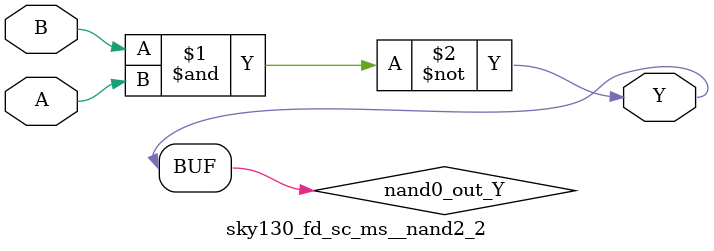
<source format=v>
/*
 * Copyright 2020 The SkyWater PDK Authors
 *
 * Licensed under the Apache License, Version 2.0 (the "License");
 * you may not use this file except in compliance with the License.
 * You may obtain a copy of the License at
 *
 *     https://www.apache.org/licenses/LICENSE-2.0
 *
 * Unless required by applicable law or agreed to in writing, software
 * distributed under the License is distributed on an "AS IS" BASIS,
 * WITHOUT WARRANTIES OR CONDITIONS OF ANY KIND, either express or implied.
 * See the License for the specific language governing permissions and
 * limitations under the License.
 *
 * SPDX-License-Identifier: Apache-2.0
*/


`ifndef SKY130_FD_SC_MS__NAND2_2_FUNCTIONAL_V
`define SKY130_FD_SC_MS__NAND2_2_FUNCTIONAL_V

/**
 * nand2: 2-input NAND.
 *
 * Verilog simulation functional model.
 */

`timescale 1ns / 1ps
`default_nettype none

`celldefine
module sky130_fd_sc_ms__nand2_2 (
    Y,
    A,
    B
);

    // Module ports
    output Y;
    input  A;
    input  B;

    // Local signals
    wire nand0_out_Y;

    //   Name   Output       Other arguments
    nand nand0 (nand0_out_Y, B, A           );
    buf  buf0  (Y          , nand0_out_Y    );

endmodule
`endcelldefine

`default_nettype wire
`endif  // SKY130_FD_SC_MS__NAND2_2_FUNCTIONAL_V

</source>
